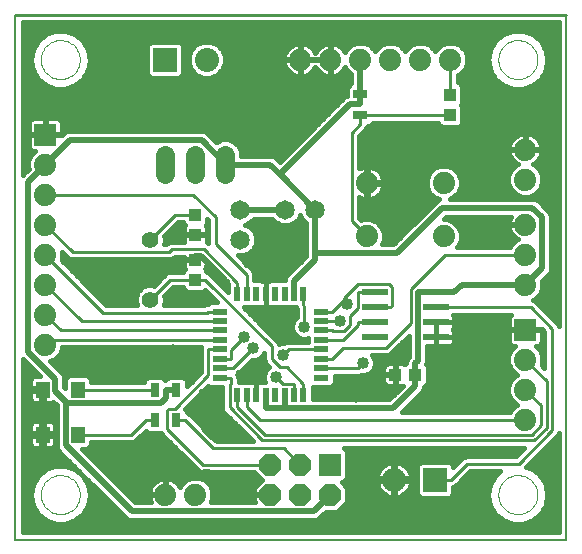
<source format=gtl>
G75*
G70*
%OFA0B0*%
%FSLAX24Y24*%
%IPPOS*%
%LPD*%
%AMOC8*
5,1,8,0,0,1.08239X$1,22.5*
%
%ADD10C,0.0080*%
%ADD11C,0.0100*%
%ADD12R,0.0866X0.0236*%
%ADD13R,0.0740X0.0740*%
%ADD14OC8,0.0740*%
%ADD15C,0.0740*%
%ADD16R,0.0220X0.0500*%
%ADD17R,0.0500X0.0220*%
%ADD18R,0.0472X0.0551*%
%ADD19R,0.0800X0.0800*%
%ADD20C,0.0800*%
%ADD21R,0.0472X0.0315*%
%ADD22R,0.0315X0.0472*%
%ADD23R,0.0394X0.0433*%
%ADD24C,0.0560*%
%ADD25R,0.0433X0.0394*%
%ADD26C,0.0650*%
%ADD27C,0.0000*%
%ADD28C,0.0640*%
%ADD29C,0.0160*%
%ADD30C,0.0200*%
%ADD31C,0.0400*%
D10*
X000561Y000182D02*
X000561Y017678D01*
X018929Y017678D02*
X018929Y000182D01*
X000561Y000182D01*
D11*
X002652Y003682D02*
X004419Y003682D01*
X004919Y004182D01*
X005207Y004182D01*
X005628Y004487D02*
X005628Y003864D01*
X006811Y002682D01*
X009061Y002682D01*
X009521Y003222D02*
X007162Y003222D01*
X006203Y004182D01*
X005915Y004182D01*
X005881Y004548D02*
X005689Y004548D01*
X005628Y004487D01*
X005881Y004548D02*
X006991Y005658D01*
X006991Y006524D01*
X007371Y006524D01*
X007371Y006209D02*
X007751Y006209D01*
X007751Y006515D01*
X008181Y006944D01*
X008490Y006564D02*
X007821Y005894D01*
X007371Y005894D01*
X007371Y005579D02*
X007751Y005579D01*
X007751Y005399D01*
X007704Y005352D01*
X007704Y004591D01*
X008798Y003497D01*
X017848Y003497D01*
X018267Y003916D01*
X018267Y005475D01*
X017561Y006182D01*
X017561Y005182D02*
X018082Y004661D01*
X018082Y003986D01*
X017773Y003677D01*
X008893Y003677D01*
X007959Y004612D01*
X007959Y004992D01*
X008274Y004992D02*
X008274Y004612D01*
X008704Y004182D01*
X017561Y004182D01*
X018449Y003823D02*
X018449Y007218D01*
X017735Y007932D01*
X014585Y007932D01*
X013742Y007397D02*
X013742Y008532D01*
X014891Y009682D01*
X017561Y009682D01*
X013742Y007397D02*
X012919Y006574D01*
X011496Y006574D01*
X011131Y006209D01*
X010751Y006209D01*
X010751Y005894D02*
X011975Y005894D01*
X012151Y006069D01*
X011476Y006839D02*
X011974Y007337D01*
X011974Y007432D01*
X012537Y007432D01*
X012537Y007932D02*
X013056Y007932D01*
X013101Y007977D01*
X013101Y008608D01*
X013018Y008690D01*
X011978Y008690D01*
X011511Y008223D01*
X011511Y008163D01*
X011131Y007784D01*
X010751Y007784D01*
X010751Y007469D02*
X011131Y007469D01*
X011140Y007460D01*
X011375Y007460D01*
X011705Y007323D02*
X011705Y007633D01*
X011974Y007902D01*
X011974Y008432D01*
X012537Y008432D01*
X011632Y008042D02*
X011511Y008163D01*
X011511Y008163D01*
X011705Y007323D02*
X011512Y007130D01*
X011156Y007130D01*
X011131Y007154D01*
X010751Y007154D01*
X010751Y006839D02*
X011131Y006839D01*
X011476Y006839D01*
X010751Y006524D02*
X009672Y006524D01*
X009472Y006325D01*
X009101Y006214D02*
X009101Y006634D01*
X006888Y008847D01*
X006561Y008847D01*
X005726Y008847D01*
X005061Y008182D01*
X003496Y007747D02*
X001561Y009682D01*
X002471Y009771D02*
X005677Y009771D01*
X005770Y009865D01*
X006845Y009865D01*
X007959Y008752D01*
X007959Y008372D01*
X008274Y008372D02*
X008274Y009016D01*
X007247Y010043D01*
X007247Y010930D01*
X006496Y011682D01*
X001561Y011682D01*
X001561Y010682D02*
X002471Y009771D01*
X001561Y008682D02*
X002774Y007469D01*
X007371Y007469D01*
X007371Y007154D02*
X002089Y007154D01*
X001561Y007682D01*
X001719Y006839D02*
X001561Y006682D01*
X001719Y006839D02*
X007371Y006839D01*
X007371Y007784D02*
X006991Y007784D01*
X006954Y007747D01*
X003496Y007747D01*
X005061Y010182D02*
X005896Y011016D01*
X006561Y011016D01*
X010163Y008372D02*
X010163Y007992D01*
X010198Y007957D01*
X010198Y007281D01*
X009101Y006214D02*
X009386Y005928D01*
X009607Y005928D01*
X010163Y005372D01*
X010163Y004992D01*
X009849Y004992D02*
X009849Y005372D01*
X009470Y005372D01*
X009243Y005598D01*
X009521Y003222D02*
X010061Y002682D01*
X014561Y002182D02*
X015091Y002182D01*
X015621Y002712D01*
X017337Y002712D01*
X018449Y003823D01*
X012281Y010292D02*
X011774Y010799D01*
X011774Y013752D01*
X012061Y014040D01*
X012061Y014327D01*
X014715Y014327D01*
X014734Y014347D01*
X015061Y014347D01*
X015061Y015016D02*
X015061Y016182D01*
X018929Y017678D02*
X000561Y017678D01*
X002652Y005182D02*
X005207Y005182D01*
D12*
X012537Y006932D03*
X012537Y007432D03*
X012537Y007932D03*
X012537Y008432D03*
X014585Y008432D03*
X014585Y007932D03*
X014585Y007432D03*
X014585Y006932D03*
D13*
X017561Y007182D03*
X011061Y002682D03*
X001561Y013682D03*
D14*
X009061Y002682D03*
X010061Y002682D03*
X010061Y001682D03*
X009061Y001682D03*
X011061Y001682D03*
D15*
X006561Y001682D03*
X005561Y001682D03*
X001561Y006682D03*
X001561Y007682D03*
X001561Y008682D03*
X001561Y009682D03*
X001561Y010682D03*
X001561Y011682D03*
X001561Y012682D03*
X010061Y016182D03*
X011061Y016182D03*
X012061Y016182D03*
X013061Y016182D03*
X014061Y016182D03*
X015061Y016182D03*
X017561Y013182D03*
X017561Y012182D03*
X017561Y010682D03*
X017561Y009682D03*
X017561Y008682D03*
X017561Y006182D03*
X017561Y005182D03*
X017561Y004182D03*
X014841Y010292D03*
X014841Y012072D03*
X012281Y012072D03*
X012281Y010292D03*
D16*
X010163Y008372D03*
X009849Y008372D03*
X009534Y008372D03*
X009219Y008372D03*
X008904Y008372D03*
X008589Y008372D03*
X008274Y008372D03*
X007959Y008372D03*
X007959Y004992D03*
X008274Y004992D03*
X008589Y004992D03*
X008904Y004992D03*
X009219Y004992D03*
X009534Y004992D03*
X009849Y004992D03*
X010163Y004992D03*
D17*
X010751Y005579D03*
X010751Y005894D03*
X010751Y006209D03*
X010751Y006524D03*
X010751Y006839D03*
X010751Y007154D03*
X010751Y007469D03*
X010751Y007784D03*
X007371Y007784D03*
X007371Y007469D03*
X007371Y007154D03*
X007371Y006839D03*
X007371Y006524D03*
X007371Y006209D03*
X007371Y005894D03*
X007371Y005579D03*
D18*
X002652Y005182D03*
X001471Y005182D03*
X001471Y003682D03*
X002652Y003682D03*
D19*
X014561Y002182D03*
X005561Y016182D03*
D20*
X006939Y016182D03*
X013183Y002182D03*
D21*
X012061Y014327D03*
X012061Y015036D03*
D22*
X005915Y005182D03*
X005207Y005182D03*
X005207Y004182D03*
X005915Y004182D03*
D23*
X006561Y008847D03*
X006561Y009516D03*
X006561Y010347D03*
X006561Y011016D03*
X015061Y014347D03*
X015061Y015016D03*
D24*
X005061Y010182D03*
X005061Y008182D03*
D25*
X013226Y005682D03*
X013896Y005682D03*
D26*
X010561Y011182D03*
X009561Y011182D03*
X008061Y011182D03*
X008061Y010182D03*
D27*
X001411Y016182D02*
X001413Y016232D01*
X001419Y016282D01*
X001429Y016332D01*
X001442Y016380D01*
X001459Y016428D01*
X001480Y016474D01*
X001504Y016518D01*
X001532Y016560D01*
X001563Y016600D01*
X001597Y016637D01*
X001634Y016672D01*
X001673Y016703D01*
X001714Y016732D01*
X001758Y016757D01*
X001804Y016779D01*
X001851Y016797D01*
X001899Y016811D01*
X001948Y016822D01*
X001998Y016829D01*
X002048Y016832D01*
X002099Y016831D01*
X002149Y016826D01*
X002199Y016817D01*
X002247Y016805D01*
X002295Y016788D01*
X002341Y016768D01*
X002386Y016745D01*
X002429Y016718D01*
X002469Y016688D01*
X002507Y016655D01*
X002542Y016619D01*
X002575Y016580D01*
X002604Y016539D01*
X002630Y016496D01*
X002653Y016451D01*
X002672Y016404D01*
X002687Y016356D01*
X002699Y016307D01*
X002707Y016257D01*
X002711Y016207D01*
X002711Y016157D01*
X002707Y016107D01*
X002699Y016057D01*
X002687Y016008D01*
X002672Y015960D01*
X002653Y015913D01*
X002630Y015868D01*
X002604Y015825D01*
X002575Y015784D01*
X002542Y015745D01*
X002507Y015709D01*
X002469Y015676D01*
X002429Y015646D01*
X002386Y015619D01*
X002341Y015596D01*
X002295Y015576D01*
X002247Y015559D01*
X002199Y015547D01*
X002149Y015538D01*
X002099Y015533D01*
X002048Y015532D01*
X001998Y015535D01*
X001948Y015542D01*
X001899Y015553D01*
X001851Y015567D01*
X001804Y015585D01*
X001758Y015607D01*
X001714Y015632D01*
X001673Y015661D01*
X001634Y015692D01*
X001597Y015727D01*
X001563Y015764D01*
X001532Y015804D01*
X001504Y015846D01*
X001480Y015890D01*
X001459Y015936D01*
X001442Y015984D01*
X001429Y016032D01*
X001419Y016082D01*
X001413Y016132D01*
X001411Y016182D01*
X001411Y001682D02*
X001413Y001732D01*
X001419Y001782D01*
X001429Y001832D01*
X001442Y001880D01*
X001459Y001928D01*
X001480Y001974D01*
X001504Y002018D01*
X001532Y002060D01*
X001563Y002100D01*
X001597Y002137D01*
X001634Y002172D01*
X001673Y002203D01*
X001714Y002232D01*
X001758Y002257D01*
X001804Y002279D01*
X001851Y002297D01*
X001899Y002311D01*
X001948Y002322D01*
X001998Y002329D01*
X002048Y002332D01*
X002099Y002331D01*
X002149Y002326D01*
X002199Y002317D01*
X002247Y002305D01*
X002295Y002288D01*
X002341Y002268D01*
X002386Y002245D01*
X002429Y002218D01*
X002469Y002188D01*
X002507Y002155D01*
X002542Y002119D01*
X002575Y002080D01*
X002604Y002039D01*
X002630Y001996D01*
X002653Y001951D01*
X002672Y001904D01*
X002687Y001856D01*
X002699Y001807D01*
X002707Y001757D01*
X002711Y001707D01*
X002711Y001657D01*
X002707Y001607D01*
X002699Y001557D01*
X002687Y001508D01*
X002672Y001460D01*
X002653Y001413D01*
X002630Y001368D01*
X002604Y001325D01*
X002575Y001284D01*
X002542Y001245D01*
X002507Y001209D01*
X002469Y001176D01*
X002429Y001146D01*
X002386Y001119D01*
X002341Y001096D01*
X002295Y001076D01*
X002247Y001059D01*
X002199Y001047D01*
X002149Y001038D01*
X002099Y001033D01*
X002048Y001032D01*
X001998Y001035D01*
X001948Y001042D01*
X001899Y001053D01*
X001851Y001067D01*
X001804Y001085D01*
X001758Y001107D01*
X001714Y001132D01*
X001673Y001161D01*
X001634Y001192D01*
X001597Y001227D01*
X001563Y001264D01*
X001532Y001304D01*
X001504Y001346D01*
X001480Y001390D01*
X001459Y001436D01*
X001442Y001484D01*
X001429Y001532D01*
X001419Y001582D01*
X001413Y001632D01*
X001411Y001682D01*
X016661Y001682D02*
X016663Y001732D01*
X016669Y001782D01*
X016679Y001832D01*
X016692Y001880D01*
X016709Y001928D01*
X016730Y001974D01*
X016754Y002018D01*
X016782Y002060D01*
X016813Y002100D01*
X016847Y002137D01*
X016884Y002172D01*
X016923Y002203D01*
X016964Y002232D01*
X017008Y002257D01*
X017054Y002279D01*
X017101Y002297D01*
X017149Y002311D01*
X017198Y002322D01*
X017248Y002329D01*
X017298Y002332D01*
X017349Y002331D01*
X017399Y002326D01*
X017449Y002317D01*
X017497Y002305D01*
X017545Y002288D01*
X017591Y002268D01*
X017636Y002245D01*
X017679Y002218D01*
X017719Y002188D01*
X017757Y002155D01*
X017792Y002119D01*
X017825Y002080D01*
X017854Y002039D01*
X017880Y001996D01*
X017903Y001951D01*
X017922Y001904D01*
X017937Y001856D01*
X017949Y001807D01*
X017957Y001757D01*
X017961Y001707D01*
X017961Y001657D01*
X017957Y001607D01*
X017949Y001557D01*
X017937Y001508D01*
X017922Y001460D01*
X017903Y001413D01*
X017880Y001368D01*
X017854Y001325D01*
X017825Y001284D01*
X017792Y001245D01*
X017757Y001209D01*
X017719Y001176D01*
X017679Y001146D01*
X017636Y001119D01*
X017591Y001096D01*
X017545Y001076D01*
X017497Y001059D01*
X017449Y001047D01*
X017399Y001038D01*
X017349Y001033D01*
X017298Y001032D01*
X017248Y001035D01*
X017198Y001042D01*
X017149Y001053D01*
X017101Y001067D01*
X017054Y001085D01*
X017008Y001107D01*
X016964Y001132D01*
X016923Y001161D01*
X016884Y001192D01*
X016847Y001227D01*
X016813Y001264D01*
X016782Y001304D01*
X016754Y001346D01*
X016730Y001390D01*
X016709Y001436D01*
X016692Y001484D01*
X016679Y001532D01*
X016669Y001582D01*
X016663Y001632D01*
X016661Y001682D01*
X016661Y016182D02*
X016663Y016232D01*
X016669Y016282D01*
X016679Y016332D01*
X016692Y016380D01*
X016709Y016428D01*
X016730Y016474D01*
X016754Y016518D01*
X016782Y016560D01*
X016813Y016600D01*
X016847Y016637D01*
X016884Y016672D01*
X016923Y016703D01*
X016964Y016732D01*
X017008Y016757D01*
X017054Y016779D01*
X017101Y016797D01*
X017149Y016811D01*
X017198Y016822D01*
X017248Y016829D01*
X017298Y016832D01*
X017349Y016831D01*
X017399Y016826D01*
X017449Y016817D01*
X017497Y016805D01*
X017545Y016788D01*
X017591Y016768D01*
X017636Y016745D01*
X017679Y016718D01*
X017719Y016688D01*
X017757Y016655D01*
X017792Y016619D01*
X017825Y016580D01*
X017854Y016539D01*
X017880Y016496D01*
X017903Y016451D01*
X017922Y016404D01*
X017937Y016356D01*
X017949Y016307D01*
X017957Y016257D01*
X017961Y016207D01*
X017961Y016157D01*
X017957Y016107D01*
X017949Y016057D01*
X017937Y016008D01*
X017922Y015960D01*
X017903Y015913D01*
X017880Y015868D01*
X017854Y015825D01*
X017825Y015784D01*
X017792Y015745D01*
X017757Y015709D01*
X017719Y015676D01*
X017679Y015646D01*
X017636Y015619D01*
X017591Y015596D01*
X017545Y015576D01*
X017497Y015559D01*
X017449Y015547D01*
X017399Y015538D01*
X017349Y015533D01*
X017298Y015532D01*
X017248Y015535D01*
X017198Y015542D01*
X017149Y015553D01*
X017101Y015567D01*
X017054Y015585D01*
X017008Y015607D01*
X016964Y015632D01*
X016923Y015661D01*
X016884Y015692D01*
X016847Y015727D01*
X016813Y015764D01*
X016782Y015804D01*
X016754Y015846D01*
X016730Y015890D01*
X016709Y015936D01*
X016692Y015984D01*
X016679Y016032D01*
X016669Y016082D01*
X016663Y016132D01*
X016661Y016182D01*
D28*
X007561Y013002D02*
X007561Y012362D01*
X006561Y012362D02*
X006561Y013002D01*
X005561Y013002D02*
X005561Y012362D01*
D29*
X006828Y013803D02*
X002442Y013803D01*
X002323Y013803D01*
X002213Y013757D01*
X002111Y013656D01*
X002111Y013661D01*
X001581Y013661D01*
X001581Y013702D01*
X001541Y013702D01*
X001541Y014232D01*
X001167Y014232D01*
X001122Y014219D01*
X001081Y014196D01*
X001047Y014162D01*
X001023Y014121D01*
X001011Y014075D01*
X001011Y013702D01*
X001541Y013702D01*
X001541Y013661D01*
X001011Y013661D01*
X001011Y013288D01*
X001023Y013242D01*
X001047Y013201D01*
X001081Y013168D01*
X001122Y013144D01*
X001167Y013132D01*
X001205Y013132D01*
X001078Y013004D01*
X000991Y012795D01*
X000991Y012568D01*
X001001Y012545D01*
X000817Y012361D01*
X000801Y012346D01*
X000801Y017428D01*
X018689Y017428D01*
X018689Y007291D01*
X018660Y007360D01*
X017947Y008073D01*
X017877Y008143D01*
X017814Y008169D01*
X017884Y008198D01*
X018044Y008359D01*
X018131Y008568D01*
X018131Y008795D01*
X018122Y008818D01*
X018373Y009069D01*
X018419Y009179D01*
X018419Y009299D01*
X018419Y010982D01*
X018373Y011093D01*
X018289Y011177D01*
X017968Y011498D01*
X017857Y011543D01*
X017738Y011543D01*
X015056Y011543D01*
X015164Y011588D01*
X015324Y011749D01*
X015411Y011958D01*
X015411Y012185D01*
X015324Y012394D01*
X015164Y012555D01*
X014954Y012642D01*
X014728Y012642D01*
X014518Y012555D01*
X014358Y012394D01*
X014271Y012185D01*
X014271Y011958D01*
X014358Y011749D01*
X014518Y011588D01*
X014679Y011522D01*
X014621Y011498D01*
X014537Y011413D01*
X013154Y010031D01*
X012790Y010031D01*
X012851Y010178D01*
X012851Y010405D01*
X012764Y010614D01*
X012604Y010775D01*
X012394Y010862D01*
X012168Y010862D01*
X012095Y010831D01*
X012024Y010903D01*
X012024Y011586D01*
X012070Y011562D01*
X012152Y011535D01*
X012238Y011522D01*
X012261Y011522D01*
X012261Y012051D01*
X012301Y012051D01*
X012301Y011522D01*
X012324Y011522D01*
X012410Y011535D01*
X012492Y011562D01*
X012569Y011601D01*
X012639Y011652D01*
X012701Y011713D01*
X012751Y011783D01*
X012791Y011860D01*
X012818Y011943D01*
X012831Y012028D01*
X012831Y012051D01*
X012301Y012051D01*
X012301Y012092D01*
X012261Y012092D01*
X012261Y012622D01*
X012238Y012622D01*
X012152Y012608D01*
X012070Y012581D01*
X012024Y012558D01*
X012024Y013649D01*
X012273Y013898D01*
X012303Y013970D01*
X012380Y013970D01*
X012488Y014077D01*
X014664Y014077D01*
X014664Y014048D01*
X014781Y013930D01*
X015341Y013930D01*
X015458Y014048D01*
X015458Y014646D01*
X015423Y014682D01*
X015458Y014717D01*
X015458Y015316D01*
X015341Y015433D01*
X015311Y015433D01*
X015311Y015668D01*
X015384Y015698D01*
X015544Y015859D01*
X015631Y016068D01*
X015631Y016295D01*
X015544Y016504D01*
X015384Y016665D01*
X015174Y016752D01*
X014948Y016752D01*
X014738Y016665D01*
X014578Y016504D01*
X014561Y016464D01*
X014544Y016504D01*
X014384Y016665D01*
X014174Y016752D01*
X013948Y016752D01*
X013738Y016665D01*
X013578Y016504D01*
X013561Y016464D01*
X013544Y016504D01*
X013384Y016665D01*
X013174Y016752D01*
X012948Y016752D01*
X012738Y016665D01*
X012578Y016504D01*
X012561Y016464D01*
X012544Y016504D01*
X012384Y016665D01*
X012174Y016752D01*
X011948Y016752D01*
X011738Y016665D01*
X011578Y016504D01*
X011549Y016435D01*
X011531Y016470D01*
X011481Y016540D01*
X011419Y016601D01*
X011349Y016652D01*
X011272Y016691D01*
X011190Y016718D01*
X011104Y016732D01*
X011081Y016732D01*
X011081Y016202D01*
X011041Y016202D01*
X011041Y016732D01*
X011018Y016732D01*
X010932Y016718D01*
X010850Y016691D01*
X010773Y016652D01*
X010703Y016601D01*
X010642Y016540D01*
X010591Y016470D01*
X010561Y016412D01*
X010531Y016470D01*
X010481Y016540D01*
X010419Y016601D01*
X010349Y016652D01*
X010272Y016691D01*
X010190Y016718D01*
X010104Y016732D01*
X010081Y016732D01*
X010081Y016202D01*
X010041Y016202D01*
X010041Y016732D01*
X010018Y016732D01*
X009932Y016718D01*
X009850Y016691D01*
X009773Y016652D01*
X009703Y016601D01*
X009642Y016540D01*
X009591Y016470D01*
X009551Y016393D01*
X009525Y016310D01*
X009511Y016225D01*
X009511Y016202D01*
X010041Y016202D01*
X010041Y016161D01*
X010081Y016161D01*
X010081Y015632D01*
X010104Y015632D01*
X010190Y015645D01*
X010272Y015672D01*
X010349Y015711D01*
X010419Y015762D01*
X010481Y015823D01*
X010531Y015893D01*
X010561Y015951D01*
X010561Y015951D01*
X010591Y015893D01*
X010642Y015823D01*
X010703Y015762D01*
X010773Y015711D01*
X010850Y015672D01*
X010932Y015645D01*
X011018Y015632D01*
X011041Y015632D01*
X011041Y016161D01*
X011081Y016161D01*
X011081Y015632D01*
X011104Y015632D01*
X011190Y015645D01*
X011272Y015672D01*
X011349Y015711D01*
X011419Y015762D01*
X011481Y015823D01*
X011531Y015893D01*
X011549Y015928D01*
X011578Y015859D01*
X011738Y015698D01*
X011761Y015689D01*
X011761Y015393D01*
X011742Y015393D01*
X011625Y015276D01*
X011625Y014982D01*
X011554Y014953D01*
X009384Y012783D01*
X009315Y012851D01*
X009231Y012936D01*
X009121Y012982D01*
X008081Y012982D01*
X008081Y013105D01*
X008002Y013296D01*
X007856Y013442D01*
X007665Y013522D01*
X007458Y013522D01*
X007267Y013442D01*
X007260Y013436D01*
X007022Y013673D01*
X006938Y013757D01*
X006828Y013803D01*
X006964Y013731D02*
X010332Y013731D01*
X010174Y013573D02*
X007123Y013573D01*
X007884Y013414D02*
X010015Y013414D01*
X009857Y013256D02*
X008019Y013256D01*
X008081Y013097D02*
X009698Y013097D01*
X009540Y012939D02*
X009224Y012939D01*
X010491Y013890D02*
X002111Y013890D01*
X002111Y014049D02*
X010649Y014049D01*
X010808Y014207D02*
X002022Y014207D01*
X002042Y014196D02*
X002001Y014219D01*
X001955Y014232D01*
X001581Y014232D01*
X001581Y013702D01*
X002111Y013702D01*
X002111Y014075D01*
X002099Y014121D01*
X002075Y014162D01*
X002042Y014196D01*
X001581Y014207D02*
X001541Y014207D01*
X001541Y014049D02*
X001581Y014049D01*
X001581Y013890D02*
X001541Y013890D01*
X001541Y013731D02*
X001581Y013731D01*
X002111Y013731D02*
X002187Y013731D01*
X001171Y013097D02*
X000801Y013097D01*
X000801Y012939D02*
X001051Y012939D01*
X000991Y012780D02*
X000801Y012780D01*
X000801Y012622D02*
X000991Y012622D01*
X000918Y012463D02*
X000801Y012463D01*
X000801Y013256D02*
X001020Y013256D01*
X001011Y013414D02*
X000801Y013414D01*
X000801Y013573D02*
X001011Y013573D01*
X001011Y013731D02*
X000801Y013731D01*
X000801Y013890D02*
X001011Y013890D01*
X001011Y014049D02*
X000801Y014049D01*
X000801Y014207D02*
X001100Y014207D01*
X000801Y014366D02*
X010967Y014366D01*
X011125Y014524D02*
X000801Y014524D01*
X000801Y014683D02*
X011284Y014683D01*
X011442Y014841D02*
X000801Y014841D01*
X000801Y015000D02*
X011625Y015000D01*
X011625Y015158D02*
X000801Y015158D01*
X000801Y015317D02*
X001601Y015317D01*
X001569Y015329D02*
X001890Y015212D01*
X002061Y015212D01*
X002109Y015212D01*
X002232Y015212D01*
X002554Y015329D01*
X002816Y015548D01*
X002816Y015548D01*
X002816Y015548D01*
X002987Y015845D01*
X003046Y016182D01*
X002987Y016518D01*
X002816Y016815D01*
X002554Y017035D01*
X002554Y017035D01*
X002232Y017152D01*
X002109Y017152D01*
X002061Y017152D01*
X002057Y017152D01*
X002013Y017152D01*
X001890Y017152D01*
X001569Y017035D01*
X001569Y017035D01*
X001307Y016815D01*
X001307Y016815D01*
X001307Y016815D01*
X001136Y016518D01*
X001076Y016182D01*
X001076Y016182D01*
X001136Y015845D01*
X001307Y015548D01*
X001569Y015329D01*
X001569Y015329D01*
X001394Y015475D02*
X000801Y015475D01*
X000801Y015634D02*
X001257Y015634D01*
X001307Y015548D02*
X001307Y015548D01*
X001166Y015792D02*
X000801Y015792D01*
X000801Y015951D02*
X001117Y015951D01*
X001136Y015845D02*
X001136Y015845D01*
X001089Y016110D02*
X000801Y016110D01*
X000801Y016268D02*
X001091Y016268D01*
X001119Y016427D02*
X000801Y016427D01*
X000801Y016585D02*
X001174Y016585D01*
X001136Y016518D02*
X001136Y016518D01*
X001266Y016744D02*
X000801Y016744D01*
X000801Y016902D02*
X001411Y016902D01*
X001641Y017061D02*
X000801Y017061D01*
X000801Y017219D02*
X018689Y017219D01*
X018689Y017061D02*
X017731Y017061D01*
X017804Y017035D02*
X017482Y017152D01*
X017359Y017152D01*
X017311Y017152D01*
X017263Y017152D01*
X017140Y017152D01*
X016819Y017035D01*
X016819Y017034D01*
X016557Y016815D01*
X016557Y016815D01*
X016386Y016518D01*
X016326Y016182D01*
X016326Y016182D01*
X016386Y015845D01*
X016557Y015548D01*
X016819Y015329D01*
X017140Y015212D01*
X017263Y015212D01*
X017311Y015212D01*
X017482Y015212D01*
X017804Y015329D01*
X018066Y015548D01*
X018066Y015548D01*
X018066Y015548D01*
X018237Y015845D01*
X018296Y016182D01*
X018237Y016518D01*
X018066Y016815D01*
X017804Y017035D01*
X017804Y017035D01*
X017961Y016902D02*
X018689Y016902D01*
X018689Y016744D02*
X018107Y016744D01*
X018066Y016815D02*
X018066Y016815D01*
X018198Y016585D02*
X018689Y016585D01*
X018689Y016427D02*
X018253Y016427D01*
X018237Y016518D02*
X018237Y016518D01*
X018281Y016268D02*
X018689Y016268D01*
X018689Y016110D02*
X018283Y016110D01*
X018296Y016182D02*
X018296Y016182D01*
X018255Y015951D02*
X018689Y015951D01*
X018689Y015792D02*
X018206Y015792D01*
X018237Y015845D02*
X018237Y015845D01*
X018115Y015634D02*
X018689Y015634D01*
X018689Y015475D02*
X017979Y015475D01*
X017804Y015329D02*
X017804Y015329D01*
X017771Y015317D02*
X018689Y015317D01*
X018689Y015158D02*
X015458Y015158D01*
X015458Y015000D02*
X018689Y015000D01*
X018689Y014841D02*
X015458Y014841D01*
X015424Y014683D02*
X018689Y014683D01*
X018689Y014524D02*
X015458Y014524D01*
X015458Y014366D02*
X018689Y014366D01*
X018689Y014207D02*
X015458Y014207D01*
X015458Y014049D02*
X018689Y014049D01*
X018689Y013890D02*
X012265Y013890D01*
X012106Y013731D02*
X017517Y013731D01*
X017518Y013732D02*
X017432Y013718D01*
X017350Y013691D01*
X017273Y013652D01*
X017203Y013601D01*
X017142Y013540D01*
X017091Y013470D01*
X017051Y013393D01*
X017025Y013310D01*
X017011Y013225D01*
X017011Y013202D01*
X017541Y013202D01*
X017541Y013732D01*
X017518Y013732D01*
X017541Y013731D02*
X017581Y013731D01*
X017581Y013732D02*
X017604Y013732D01*
X017690Y013718D01*
X017772Y013691D01*
X017849Y013652D01*
X017919Y013601D01*
X017981Y013540D01*
X018031Y013470D01*
X018071Y013393D01*
X018098Y013310D01*
X018111Y013225D01*
X018111Y013202D01*
X017581Y013202D01*
X017541Y013202D01*
X017541Y013161D01*
X017011Y013161D01*
X017011Y013138D01*
X017025Y013053D01*
X017051Y012970D01*
X017091Y012893D01*
X017142Y012823D01*
X017203Y012762D01*
X017273Y012711D01*
X017308Y012694D01*
X017238Y012665D01*
X017078Y012504D01*
X016991Y012295D01*
X016991Y012068D01*
X017078Y011859D01*
X017238Y011698D01*
X017448Y011612D01*
X017674Y011612D01*
X017884Y011698D01*
X018044Y011859D01*
X018131Y012068D01*
X018131Y012295D01*
X018044Y012504D01*
X017884Y012665D01*
X017815Y012694D01*
X017849Y012711D01*
X017919Y012762D01*
X017981Y012823D01*
X018031Y012893D01*
X018071Y012970D01*
X018098Y013053D01*
X018111Y013138D01*
X018111Y013161D01*
X017581Y013161D01*
X017581Y013202D01*
X017581Y013732D01*
X017605Y013731D02*
X018689Y013731D01*
X018689Y013573D02*
X017948Y013573D01*
X018060Y013414D02*
X018689Y013414D01*
X018689Y013256D02*
X018106Y013256D01*
X018105Y013097D02*
X018689Y013097D01*
X018689Y012939D02*
X018055Y012939D01*
X017937Y012780D02*
X018689Y012780D01*
X018689Y012622D02*
X017927Y012622D01*
X018061Y012463D02*
X018689Y012463D01*
X018689Y012305D02*
X018127Y012305D01*
X018131Y012146D02*
X018689Y012146D01*
X018689Y011987D02*
X018098Y011987D01*
X018015Y011829D02*
X018689Y011829D01*
X018689Y011670D02*
X017816Y011670D01*
X017934Y011512D02*
X018689Y011512D01*
X018689Y011353D02*
X018112Y011353D01*
X018271Y011195D02*
X018689Y011195D01*
X018689Y011036D02*
X018396Y011036D01*
X018419Y010878D02*
X018689Y010878D01*
X018689Y010719D02*
X018419Y010719D01*
X018419Y010561D02*
X018689Y010561D01*
X018689Y010402D02*
X018419Y010402D01*
X018419Y010243D02*
X018689Y010243D01*
X018689Y010085D02*
X018419Y010085D01*
X018419Y009926D02*
X018689Y009926D01*
X018689Y009768D02*
X018419Y009768D01*
X018419Y009609D02*
X018689Y009609D01*
X018689Y009451D02*
X018419Y009451D01*
X018419Y009292D02*
X018689Y009292D01*
X018689Y009134D02*
X018400Y009134D01*
X018279Y008975D02*
X018689Y008975D01*
X018689Y008817D02*
X018122Y008817D01*
X018131Y008658D02*
X018689Y008658D01*
X018689Y008499D02*
X018103Y008499D01*
X018027Y008341D02*
X018689Y008341D01*
X018689Y008182D02*
X017845Y008182D01*
X017996Y008024D02*
X018689Y008024D01*
X018689Y007865D02*
X018155Y007865D01*
X018313Y007707D02*
X018689Y007707D01*
X018689Y007548D02*
X018472Y007548D01*
X018630Y007390D02*
X018689Y007390D01*
X018199Y007114D02*
X018199Y005898D01*
X018101Y005995D01*
X018131Y006068D01*
X018131Y006295D01*
X018044Y006504D01*
X017917Y006632D01*
X017955Y006632D01*
X018001Y006644D01*
X018042Y006668D01*
X018075Y006701D01*
X018099Y006742D01*
X018111Y006788D01*
X018111Y007161D01*
X017581Y007161D01*
X017581Y007202D01*
X018111Y007202D01*
X018199Y007114D01*
X018199Y007073D02*
X018111Y007073D01*
X018111Y007202D02*
X018111Y007202D01*
X018111Y006914D02*
X018199Y006914D01*
X018199Y006756D02*
X018102Y006756D01*
X018199Y006597D02*
X017952Y006597D01*
X018072Y006438D02*
X018199Y006438D01*
X018199Y006280D02*
X018131Y006280D01*
X018131Y006121D02*
X018199Y006121D01*
X018199Y005963D02*
X018133Y005963D01*
X017279Y005682D02*
X017238Y005665D01*
X017078Y005504D01*
X016991Y005295D01*
X016991Y005068D01*
X017078Y004859D01*
X017238Y004698D01*
X017279Y004682D01*
X017238Y004665D01*
X017078Y004504D01*
X017048Y004432D01*
X013447Y004432D01*
X014150Y005135D01*
X014196Y005245D01*
X014196Y005285D01*
X014312Y005402D01*
X014312Y005961D01*
X014250Y006023D01*
X014272Y006075D01*
X014272Y006633D01*
X014584Y006633D01*
X014584Y006931D01*
X014585Y006931D01*
X014585Y006633D01*
X015041Y006633D01*
X015087Y006646D01*
X015128Y006669D01*
X015162Y006703D01*
X015185Y006744D01*
X015198Y006790D01*
X015198Y006931D01*
X014585Y006931D01*
X014585Y006932D01*
X014584Y006932D01*
X014584Y007230D01*
X014584Y007431D01*
X014585Y007431D01*
X014585Y007230D01*
X014585Y006932D01*
X015198Y006932D01*
X015198Y007073D01*
X017011Y007073D01*
X017011Y007161D02*
X017011Y006788D01*
X017023Y006742D01*
X017047Y006701D01*
X017081Y006668D01*
X017122Y006644D01*
X017167Y006632D01*
X017205Y006632D01*
X017078Y006504D01*
X016991Y006295D01*
X016991Y006068D01*
X017078Y005859D01*
X017238Y005698D01*
X017279Y005682D01*
X017219Y005646D02*
X014312Y005646D01*
X014312Y005804D02*
X017132Y005804D01*
X017035Y005963D02*
X014311Y005963D01*
X014272Y006121D02*
X016991Y006121D01*
X016991Y006280D02*
X014272Y006280D01*
X014272Y006438D02*
X017051Y006438D01*
X017170Y006597D02*
X014272Y006597D01*
X014584Y006756D02*
X014585Y006756D01*
X014584Y006914D02*
X014585Y006914D01*
X014584Y007073D02*
X014585Y007073D01*
X014584Y007231D02*
X014585Y007231D01*
X014584Y007390D02*
X014585Y007390D01*
X014585Y007431D02*
X014585Y007432D01*
X015198Y007432D01*
X015198Y007573D01*
X015185Y007619D01*
X015162Y007660D01*
X015155Y007667D01*
X015169Y007682D01*
X017067Y007682D01*
X017047Y007662D01*
X017023Y007621D01*
X017011Y007575D01*
X017011Y007202D01*
X017541Y007202D01*
X017541Y007161D01*
X017011Y007161D01*
X017011Y007231D02*
X015178Y007231D01*
X015185Y007244D02*
X015198Y007290D01*
X015198Y007431D01*
X014585Y007431D01*
X015140Y007182D02*
X015162Y007203D01*
X015185Y007244D01*
X015140Y007182D02*
X015162Y007160D01*
X015185Y007119D01*
X015198Y007073D01*
X015198Y006914D02*
X017011Y006914D01*
X017020Y006756D02*
X015189Y006756D01*
X015198Y007390D02*
X017011Y007390D01*
X017011Y007548D02*
X015198Y007548D01*
X013672Y006973D02*
X013672Y006259D01*
X013641Y006228D01*
X013596Y006118D01*
X013596Y006078D01*
X013545Y006027D01*
X013512Y006046D01*
X013467Y006058D01*
X013245Y006058D01*
X013245Y005700D01*
X013208Y005700D01*
X013208Y005663D01*
X013245Y005663D01*
X013245Y005305D01*
X013467Y005305D01*
X013473Y005307D01*
X013028Y004861D01*
X010473Y004861D01*
X010473Y005269D01*
X011084Y005269D01*
X011201Y005386D01*
X011201Y005644D01*
X011926Y005644D01*
X012025Y005644D01*
X012086Y005669D01*
X012230Y005669D01*
X012377Y005730D01*
X012490Y005843D01*
X012551Y005990D01*
X012551Y006149D01*
X012490Y006296D01*
X012462Y006324D01*
X012869Y006324D01*
X012968Y006324D01*
X013060Y006362D01*
X013672Y006973D01*
X013672Y006914D02*
X013612Y006914D01*
X013672Y006756D02*
X013454Y006756D01*
X013295Y006597D02*
X013672Y006597D01*
X013672Y006438D02*
X013137Y006438D01*
X013597Y006121D02*
X012551Y006121D01*
X012539Y005963D02*
X012851Y005963D01*
X012842Y005948D02*
X012830Y005902D01*
X012830Y005700D01*
X013208Y005700D01*
X013208Y006058D01*
X012986Y006058D01*
X012940Y006046D01*
X012899Y006022D01*
X012866Y005989D01*
X012842Y005948D01*
X012830Y005804D02*
X012451Y005804D01*
X012830Y005663D02*
X012830Y005461D01*
X012842Y005415D01*
X012866Y005374D01*
X012899Y005341D01*
X012940Y005317D01*
X012986Y005305D01*
X013208Y005305D01*
X013208Y005663D01*
X012830Y005663D01*
X012830Y005646D02*
X012029Y005646D01*
X012496Y006280D02*
X013672Y006280D01*
X013245Y005963D02*
X013208Y005963D01*
X013208Y005804D02*
X013245Y005804D01*
X013245Y005646D02*
X013208Y005646D01*
X013208Y005487D02*
X013245Y005487D01*
X013245Y005329D02*
X013208Y005329D01*
X013337Y005170D02*
X010473Y005170D01*
X010473Y005012D02*
X013178Y005012D01*
X012920Y005329D02*
X011143Y005329D01*
X011201Y005487D02*
X012830Y005487D01*
X013710Y004694D02*
X017248Y004694D01*
X017109Y004536D02*
X013551Y004536D01*
X013868Y004853D02*
X017084Y004853D01*
X017015Y005012D02*
X014027Y005012D01*
X014165Y005170D02*
X016991Y005170D01*
X017005Y005329D02*
X014239Y005329D01*
X014312Y005487D02*
X017071Y005487D01*
X018689Y003749D02*
X018660Y003681D01*
X018590Y003611D01*
X017591Y002612D01*
X017804Y002535D01*
X017804Y002535D01*
X018066Y002315D01*
X018066Y002315D01*
X018237Y002018D01*
X018237Y002018D01*
X018296Y001682D01*
X018689Y001682D01*
X018689Y001524D02*
X018268Y001524D01*
X018296Y001682D02*
X018237Y001345D01*
X018237Y001345D01*
X018066Y001048D01*
X018066Y001048D01*
X018066Y001048D01*
X017804Y000829D01*
X017804Y000829D01*
X017482Y000712D01*
X017482Y000712D01*
X017359Y000712D01*
X017311Y000712D01*
X017140Y000712D01*
X017140Y000712D01*
X016819Y000829D01*
X016819Y000829D01*
X016557Y001048D01*
X010852Y001048D01*
X010915Y001112D02*
X011297Y001112D01*
X011631Y001445D01*
X011631Y001918D01*
X011437Y002112D01*
X011514Y002112D01*
X011631Y002229D01*
X011631Y003134D01*
X011519Y003247D01*
X017519Y003247D01*
X017234Y002962D01*
X015571Y002962D01*
X015480Y002924D01*
X015409Y002853D01*
X015161Y002605D01*
X015161Y002664D01*
X015044Y002782D01*
X014078Y002782D01*
X013961Y002664D01*
X013961Y001699D01*
X014078Y001582D01*
X015044Y001582D01*
X015161Y001699D01*
X015161Y001940D01*
X015233Y001970D01*
X015725Y002462D01*
X016732Y002462D01*
X016557Y002315D01*
X016557Y002315D01*
X016557Y002315D01*
X016386Y002018D01*
X016326Y001682D01*
X015144Y001682D01*
X015161Y001841D02*
X016354Y001841D01*
X016382Y001999D02*
X015262Y001999D01*
X015421Y002158D02*
X016466Y002158D01*
X016386Y002018D02*
X016386Y002018D01*
X016559Y002316D02*
X015579Y002316D01*
X015189Y002633D02*
X015161Y002633D01*
X015348Y002792D02*
X011631Y002792D01*
X011631Y002950D02*
X015545Y002950D01*
X015409Y002853D02*
X015409Y002853D01*
X016326Y001682D02*
X016326Y001682D01*
X016386Y001345D01*
X016557Y001048D01*
X016557Y001048D01*
X016465Y001206D02*
X011392Y001206D01*
X011551Y001365D02*
X016382Y001365D01*
X016386Y001345D02*
X016386Y001345D01*
X016354Y001524D02*
X011631Y001524D01*
X011631Y001682D02*
X012886Y001682D01*
X012879Y001686D02*
X012960Y001644D01*
X013047Y001616D01*
X013137Y001602D01*
X013145Y001602D01*
X013145Y002143D01*
X013221Y002143D01*
X013221Y001602D01*
X013229Y001602D01*
X013319Y001616D01*
X013406Y001644D01*
X013487Y001686D01*
X013561Y001739D01*
X013626Y001804D01*
X013679Y001878D01*
X013721Y001959D01*
X013749Y002046D01*
X013763Y002136D01*
X013763Y002143D01*
X013221Y002143D01*
X013221Y002220D01*
X013145Y002220D01*
X013145Y002762D01*
X013137Y002762D01*
X013047Y002747D01*
X012960Y002719D01*
X012879Y002678D01*
X012805Y002624D01*
X012741Y002559D01*
X012687Y002486D01*
X012646Y002404D01*
X012617Y002317D01*
X012603Y002227D01*
X012603Y002220D01*
X013145Y002220D01*
X013145Y002143D01*
X012603Y002143D01*
X012603Y002136D01*
X012617Y002046D01*
X012646Y001959D01*
X012687Y001878D01*
X012741Y001804D01*
X012805Y001739D01*
X012879Y001686D01*
X012714Y001841D02*
X011631Y001841D01*
X011549Y001999D02*
X012633Y001999D01*
X012617Y002316D02*
X011631Y002316D01*
X011631Y002475D02*
X012682Y002475D01*
X012818Y002633D02*
X011631Y002633D01*
X011560Y002158D02*
X013145Y002158D01*
X013221Y002158D02*
X013961Y002158D01*
X013961Y002316D02*
X013749Y002316D01*
X013749Y002317D02*
X013721Y002404D01*
X013679Y002486D01*
X013626Y002559D01*
X013561Y002624D01*
X013487Y002678D01*
X013406Y002719D01*
X013319Y002747D01*
X013229Y002762D01*
X013221Y002762D01*
X013221Y002220D01*
X013763Y002220D01*
X013763Y002227D01*
X013749Y002317D01*
X013685Y002475D02*
X013961Y002475D01*
X013961Y002633D02*
X013548Y002633D01*
X013221Y002633D02*
X013145Y002633D01*
X013145Y002475D02*
X013221Y002475D01*
X013221Y002316D02*
X013145Y002316D01*
X013145Y001999D02*
X013221Y001999D01*
X013221Y001841D02*
X013145Y001841D01*
X013145Y001682D02*
X013221Y001682D01*
X013480Y001682D02*
X013978Y001682D01*
X013961Y001841D02*
X013652Y001841D01*
X013734Y001999D02*
X013961Y001999D01*
X011631Y003109D02*
X017381Y003109D01*
X017771Y002792D02*
X018689Y002792D01*
X018689Y002950D02*
X017930Y002950D01*
X018088Y003109D02*
X018689Y003109D01*
X018689Y003268D02*
X018247Y003268D01*
X018405Y003426D02*
X018689Y003426D01*
X018689Y003585D02*
X018564Y003585D01*
X018686Y003743D02*
X018689Y003743D01*
X018689Y003749D02*
X018689Y000422D01*
X000801Y000422D01*
X000801Y006206D01*
X001370Y005637D01*
X001211Y005637D01*
X001165Y005625D01*
X001124Y005601D01*
X001090Y005568D01*
X001067Y005527D01*
X001054Y005481D01*
X001054Y005220D01*
X001432Y005220D01*
X001432Y005143D01*
X001509Y005143D01*
X001509Y004726D01*
X001730Y004726D01*
X001776Y004738D01*
X001817Y004762D01*
X001826Y004771D01*
X001935Y004662D01*
X001935Y004606D01*
X001935Y003270D01*
X001981Y003160D01*
X002065Y003075D01*
X004271Y000870D01*
X004381Y000824D01*
X004501Y000824D01*
X010563Y000824D01*
X010673Y000870D01*
X010758Y000954D01*
X010915Y001112D01*
X010693Y000889D02*
X016746Y000889D01*
X017087Y000731D02*
X002285Y000731D01*
X002232Y000712D02*
X002554Y000829D01*
X002816Y001048D01*
X002816Y001048D01*
X002987Y001345D01*
X003046Y001682D01*
X003459Y001682D01*
X003617Y001524D02*
X003018Y001524D01*
X003046Y001682D02*
X002987Y002018D01*
X002816Y002315D01*
X002554Y002535D01*
X002554Y002535D01*
X002232Y002652D01*
X002109Y002652D01*
X002061Y002652D01*
X002036Y002652D01*
X002013Y002652D01*
X001890Y002652D01*
X001569Y002535D01*
X001569Y002535D01*
X001307Y002315D01*
X001307Y002315D01*
X001307Y002315D01*
X001136Y002018D01*
X001076Y001682D01*
X000801Y001682D01*
X000801Y001524D02*
X001104Y001524D01*
X001076Y001682D02*
X001136Y001345D01*
X001307Y001048D01*
X000801Y001048D01*
X000801Y001206D02*
X001215Y001206D01*
X001136Y001345D02*
X001136Y001345D01*
X001132Y001365D02*
X000801Y001365D01*
X001076Y001682D02*
X001076Y001682D01*
X001104Y001841D02*
X000801Y001841D01*
X000801Y001999D02*
X001132Y001999D01*
X001136Y002018D02*
X001136Y002018D01*
X001216Y002158D02*
X000801Y002158D01*
X000801Y002316D02*
X001309Y002316D01*
X001497Y002475D02*
X000801Y002475D01*
X000801Y002633D02*
X001840Y002633D01*
X001890Y002652D02*
X001890Y002652D01*
X002232Y002652D02*
X002232Y002652D01*
X002282Y002633D02*
X002507Y002633D01*
X002625Y002475D02*
X002666Y002475D01*
X002814Y002316D02*
X002825Y002316D01*
X002816Y002315D02*
X002816Y002315D01*
X002906Y002158D02*
X002983Y002158D01*
X002987Y002018D02*
X002987Y002018D01*
X002990Y001999D02*
X003142Y001999D01*
X003018Y001841D02*
X003300Y001841D01*
X003673Y002316D02*
X008620Y002316D01*
X008505Y002432D02*
X006860Y002432D01*
X006761Y002432D01*
X006669Y002470D01*
X005486Y003652D01*
X005416Y003723D01*
X005407Y003745D01*
X004966Y003745D01*
X004901Y003810D01*
X004561Y003470D01*
X004469Y003432D01*
X004369Y003432D01*
X003088Y003432D01*
X003088Y003323D01*
X002971Y003206D01*
X002783Y003206D01*
X004565Y001424D01*
X005075Y001424D01*
X005051Y001470D01*
X005025Y001553D01*
X005011Y001638D01*
X005011Y001661D01*
X005541Y001661D01*
X005541Y001702D01*
X005541Y002232D01*
X005518Y002232D01*
X005432Y002218D01*
X005350Y002191D01*
X005273Y002152D01*
X005203Y002101D01*
X005142Y002040D01*
X005091Y001970D01*
X005051Y001893D01*
X005025Y001810D01*
X005011Y001725D01*
X005011Y001702D01*
X005541Y001702D01*
X005581Y001702D01*
X005581Y002232D01*
X005604Y002232D01*
X005690Y002218D01*
X005772Y002191D01*
X005849Y002152D01*
X005919Y002101D01*
X005981Y002040D01*
X006031Y001970D01*
X006049Y001935D01*
X006078Y002004D01*
X006238Y002165D01*
X006448Y002252D01*
X006674Y002252D01*
X006884Y002165D01*
X007044Y002004D01*
X007131Y001795D01*
X007131Y001568D01*
X007071Y001424D01*
X008541Y001424D01*
X008511Y001454D01*
X008511Y001661D01*
X009041Y001661D01*
X009041Y001702D01*
X008511Y001702D01*
X008511Y001909D01*
X008769Y002167D01*
X008505Y002432D01*
X008759Y002158D02*
X006891Y002158D01*
X007046Y001999D02*
X008601Y001999D01*
X008511Y001841D02*
X007112Y001841D01*
X007131Y001682D02*
X009041Y001682D01*
X008511Y001524D02*
X007113Y001524D01*
X006231Y002158D02*
X005838Y002158D01*
X006010Y001999D02*
X006076Y001999D01*
X005581Y001999D02*
X005541Y001999D01*
X005541Y001841D02*
X005581Y001841D01*
X005541Y001682D02*
X004307Y001682D01*
X004149Y001841D02*
X005035Y001841D01*
X005112Y001999D02*
X003990Y001999D01*
X003832Y002158D02*
X005284Y002158D01*
X005541Y002158D02*
X005581Y002158D01*
X005034Y001524D02*
X004466Y001524D01*
X004093Y001048D02*
X002815Y001048D01*
X002907Y001206D02*
X003934Y001206D01*
X003776Y001365D02*
X002990Y001365D01*
X002987Y001345D02*
X002987Y001345D01*
X002626Y000889D02*
X004251Y000889D01*
X002554Y000829D02*
X002554Y000829D01*
X002232Y000712D02*
X002232Y000712D01*
X002061Y000712D01*
X002013Y000712D01*
X001890Y000712D01*
X001890Y000712D01*
X001569Y000829D01*
X001569Y000829D01*
X001307Y001048D01*
X001307Y001048D01*
X001496Y000889D02*
X000801Y000889D01*
X000801Y000731D02*
X001837Y000731D01*
X000801Y000572D02*
X018689Y000572D01*
X018689Y000731D02*
X017535Y000731D01*
X017876Y000889D02*
X018689Y000889D01*
X018689Y001048D02*
X018065Y001048D01*
X018157Y001206D02*
X018689Y001206D01*
X018689Y001365D02*
X018240Y001365D01*
X018296Y001682D02*
X018296Y001682D01*
X018268Y001841D02*
X018689Y001841D01*
X018689Y001999D02*
X018240Y001999D01*
X018156Y002158D02*
X018689Y002158D01*
X018689Y002316D02*
X018064Y002316D01*
X017875Y002475D02*
X018689Y002475D01*
X018689Y002633D02*
X017613Y002633D01*
X010301Y006774D02*
X009721Y006774D01*
X009622Y006774D01*
X009530Y006736D01*
X009519Y006725D01*
X009393Y006725D01*
X009342Y006704D01*
X009312Y006776D01*
X008167Y007922D01*
X008467Y007922D01*
X008781Y007922D01*
X008801Y007942D01*
X008903Y007942D01*
X008903Y008371D01*
X008904Y008371D01*
X008904Y007942D01*
X009006Y007942D01*
X009026Y007922D01*
X009411Y007922D01*
X009726Y007922D01*
X009922Y007922D01*
X009948Y007858D01*
X009948Y007597D01*
X009859Y007508D01*
X009798Y007361D01*
X009798Y007202D01*
X009859Y007055D01*
X009971Y006942D01*
X010118Y006881D01*
X010278Y006881D01*
X010301Y006891D01*
X010301Y006774D01*
X010040Y006914D02*
X009174Y006914D01*
X009321Y006756D02*
X009577Y006756D01*
X009852Y007073D02*
X009016Y007073D01*
X008857Y007231D02*
X009798Y007231D01*
X009810Y007390D02*
X008699Y007390D01*
X008540Y007548D02*
X009899Y007548D01*
X009948Y007707D02*
X008382Y007707D01*
X008223Y007865D02*
X009945Y007865D01*
X009549Y008822D02*
X009411Y008822D01*
X009026Y008822D01*
X009006Y008802D01*
X008904Y008802D01*
X008904Y008372D01*
X008903Y008372D01*
X008903Y008802D01*
X008801Y008802D01*
X008781Y008822D01*
X008524Y008822D01*
X008524Y009066D01*
X008486Y009158D01*
X008415Y009228D01*
X007987Y009657D01*
X008166Y009657D01*
X008358Y009736D01*
X008506Y009884D01*
X008586Y010077D01*
X008586Y010286D01*
X008506Y010479D01*
X008358Y010627D01*
X008226Y010682D01*
X008358Y010736D01*
X008504Y010882D01*
X009119Y010882D01*
X009264Y010736D01*
X009457Y010657D01*
X009666Y010657D01*
X009858Y010736D01*
X010006Y010884D01*
X010061Y011017D01*
X010116Y010884D01*
X010261Y010739D01*
X010261Y009791D01*
X010261Y009671D01*
X010261Y009638D01*
X009679Y009056D01*
X009679Y009056D01*
X009594Y008972D01*
X009549Y008861D01*
X009549Y008822D01*
X009598Y008975D02*
X008524Y008975D01*
X008496Y009134D02*
X009756Y009134D01*
X009915Y009292D02*
X008351Y009292D01*
X008192Y009451D02*
X010073Y009451D01*
X010232Y009609D02*
X008034Y009609D01*
X008390Y009768D02*
X010261Y009768D01*
X010261Y009926D02*
X008524Y009926D01*
X008586Y010085D02*
X010261Y010085D01*
X010261Y010243D02*
X008586Y010243D01*
X008538Y010402D02*
X010261Y010402D01*
X010261Y010561D02*
X008425Y010561D01*
X008316Y010719D02*
X009306Y010719D01*
X009123Y010878D02*
X008500Y010878D01*
X009816Y010719D02*
X010261Y010719D01*
X010123Y010878D02*
X010000Y010878D01*
X012024Y011036D02*
X014159Y011036D01*
X014001Y010878D02*
X012049Y010878D01*
X012024Y011195D02*
X014318Y011195D01*
X014476Y011353D02*
X012024Y011353D01*
X012024Y011512D02*
X014655Y011512D01*
X014436Y011670D02*
X012658Y011670D01*
X012775Y011829D02*
X014325Y011829D01*
X014271Y011987D02*
X012825Y011987D01*
X012831Y012092D02*
X012831Y012115D01*
X012818Y012200D01*
X012791Y012283D01*
X012751Y012360D01*
X012701Y012430D01*
X012639Y012491D01*
X012569Y012542D01*
X012492Y012581D01*
X012410Y012608D01*
X012324Y012622D01*
X012301Y012622D01*
X012301Y012092D01*
X012831Y012092D01*
X012826Y012146D02*
X014271Y012146D01*
X014321Y012305D02*
X012780Y012305D01*
X012667Y012463D02*
X014426Y012463D01*
X014680Y012622D02*
X012024Y012622D01*
X012024Y012780D02*
X017185Y012780D01*
X017195Y012622D02*
X015003Y012622D01*
X015256Y012463D02*
X017061Y012463D01*
X016995Y012305D02*
X015362Y012305D01*
X015411Y012146D02*
X016991Y012146D01*
X017025Y011987D02*
X015411Y011987D01*
X015358Y011829D02*
X017108Y011829D01*
X017306Y011670D02*
X015246Y011670D01*
X014915Y010944D02*
X017077Y010944D01*
X017051Y010893D01*
X017025Y010810D01*
X017011Y010725D01*
X017011Y010702D01*
X017541Y010702D01*
X017541Y010661D01*
X017011Y010661D01*
X017011Y010638D01*
X017025Y010553D01*
X017051Y010470D01*
X017091Y010393D01*
X017142Y010323D01*
X017203Y010262D01*
X017273Y010211D01*
X017308Y010193D01*
X017238Y010165D01*
X017078Y010004D01*
X017048Y009932D01*
X015287Y009932D01*
X015324Y009969D01*
X015411Y010178D01*
X015411Y010405D01*
X015324Y010614D01*
X015164Y010775D01*
X014954Y010862D01*
X014833Y010862D01*
X014915Y010944D01*
X014849Y010878D02*
X017046Y010878D01*
X017011Y010719D02*
X015220Y010719D01*
X015347Y010561D02*
X017023Y010561D01*
X017086Y010402D02*
X015411Y010402D01*
X015411Y010243D02*
X017228Y010243D01*
X017158Y010085D02*
X015372Y010085D01*
X013842Y010719D02*
X012660Y010719D01*
X012787Y010561D02*
X013684Y010561D01*
X013525Y010402D02*
X012851Y010402D01*
X012851Y010243D02*
X013367Y010243D01*
X013208Y010085D02*
X012812Y010085D01*
X012301Y011670D02*
X012261Y011670D01*
X012261Y011829D02*
X012301Y011829D01*
X012301Y011987D02*
X012261Y011987D01*
X012261Y012146D02*
X012301Y012146D01*
X012301Y012305D02*
X012261Y012305D01*
X012261Y012463D02*
X012301Y012463D01*
X012024Y012939D02*
X017068Y012939D01*
X017018Y013097D02*
X012024Y013097D01*
X012024Y013256D02*
X017016Y013256D01*
X017062Y013414D02*
X012024Y013414D01*
X012024Y013573D02*
X017175Y013573D01*
X017541Y013573D02*
X017581Y013573D01*
X017581Y013414D02*
X017541Y013414D01*
X017541Y013256D02*
X017581Y013256D01*
X017482Y015212D02*
X017482Y015212D01*
X017140Y015212D02*
X017140Y015212D01*
X016851Y015317D02*
X015457Y015317D01*
X015311Y015475D02*
X016644Y015475D01*
X016557Y015548D02*
X016557Y015548D01*
X016507Y015634D02*
X015311Y015634D01*
X015478Y015792D02*
X016416Y015792D01*
X016386Y015845D02*
X016386Y015845D01*
X016367Y015951D02*
X015583Y015951D01*
X015631Y016110D02*
X016339Y016110D01*
X016341Y016268D02*
X015631Y016268D01*
X015577Y016427D02*
X016369Y016427D01*
X016424Y016585D02*
X015464Y016585D01*
X015193Y016744D02*
X016516Y016744D01*
X016661Y016902D02*
X002711Y016902D01*
X002816Y016815D02*
X002816Y016815D01*
X002857Y016744D02*
X005040Y016744D01*
X005078Y016782D02*
X004961Y016664D01*
X004961Y015699D01*
X005078Y015582D01*
X006044Y015582D01*
X006161Y015699D01*
X006161Y016664D01*
X006044Y016782D01*
X005078Y016782D01*
X004961Y016585D02*
X002948Y016585D01*
X002987Y016518D02*
X002987Y016518D01*
X003003Y016427D02*
X004961Y016427D01*
X004961Y016268D02*
X003031Y016268D01*
X003046Y016182D02*
X003046Y016182D01*
X003033Y016110D02*
X004961Y016110D01*
X004961Y015951D02*
X003005Y015951D01*
X002987Y015845D02*
X002987Y015845D01*
X002956Y015792D02*
X004961Y015792D01*
X005026Y015634D02*
X002865Y015634D01*
X002729Y015475D02*
X011761Y015475D01*
X011761Y015634D02*
X011119Y015634D01*
X011081Y015634D02*
X011041Y015634D01*
X011003Y015634D02*
X010119Y015634D01*
X010081Y015634D02*
X010041Y015634D01*
X010041Y015632D02*
X010041Y016161D01*
X009511Y016161D01*
X009511Y016138D01*
X009525Y016053D01*
X009551Y015970D01*
X009591Y015893D01*
X009642Y015823D01*
X009703Y015762D01*
X009773Y015711D01*
X009850Y015672D01*
X009932Y015645D01*
X010018Y015632D01*
X010041Y015632D01*
X010003Y015634D02*
X007185Y015634D01*
X007279Y015673D02*
X007448Y015842D01*
X007539Y016062D01*
X007539Y016301D01*
X007448Y016521D01*
X007279Y016690D01*
X007058Y016782D01*
X006820Y016782D01*
X006599Y016690D01*
X006430Y016521D01*
X006339Y016301D01*
X006339Y016062D01*
X006430Y015842D01*
X006599Y015673D01*
X006820Y015582D01*
X007058Y015582D01*
X007279Y015673D01*
X007398Y015792D02*
X009672Y015792D01*
X009561Y015951D02*
X007493Y015951D01*
X007539Y016110D02*
X009516Y016110D01*
X009518Y016268D02*
X007539Y016268D01*
X007487Y016427D02*
X009569Y016427D01*
X009687Y016585D02*
X007384Y016585D01*
X007150Y016744D02*
X011929Y016744D01*
X011659Y016585D02*
X011435Y016585D01*
X011081Y016585D02*
X011041Y016585D01*
X011041Y016427D02*
X011081Y016427D01*
X011081Y016268D02*
X011041Y016268D01*
X011041Y016202D02*
X011041Y016161D01*
X010611Y016161D01*
X010081Y016161D01*
X010081Y016202D01*
X010511Y016202D01*
X011041Y016202D01*
X011041Y016110D02*
X011081Y016110D01*
X011081Y015951D02*
X011041Y015951D01*
X011041Y015792D02*
X011081Y015792D01*
X011450Y015792D02*
X011644Y015792D01*
X011666Y015317D02*
X002521Y015317D01*
X002554Y015329D02*
X002554Y015329D01*
X002232Y015212D02*
X002232Y015212D01*
X001890Y015212D02*
X001890Y015212D01*
X002481Y017061D02*
X016891Y017061D01*
X017140Y017152D02*
X017140Y017152D01*
X017311Y017152D02*
X017311Y017152D01*
X017482Y017152D02*
X017482Y017152D01*
X018689Y017378D02*
X000801Y017378D01*
X001890Y017152D02*
X001890Y017152D01*
X002232Y017152D02*
X002232Y017152D01*
X006082Y016744D02*
X006728Y016744D01*
X006494Y016585D02*
X006161Y016585D01*
X006161Y016427D02*
X006391Y016427D01*
X006339Y016268D02*
X006161Y016268D01*
X006161Y016110D02*
X006339Y016110D01*
X006385Y015951D02*
X006161Y015951D01*
X006161Y015792D02*
X006480Y015792D01*
X006693Y015634D02*
X006096Y015634D01*
X010041Y015792D02*
X010081Y015792D01*
X010081Y015951D02*
X010041Y015951D01*
X010041Y016110D02*
X010081Y016110D01*
X010081Y016268D02*
X010041Y016268D01*
X010041Y016427D02*
X010081Y016427D01*
X010081Y016585D02*
X010041Y016585D01*
X010435Y016585D02*
X010687Y016585D01*
X010569Y016427D02*
X010553Y016427D01*
X010450Y015792D02*
X010672Y015792D01*
X012193Y016744D02*
X012929Y016744D01*
X013193Y016744D02*
X013929Y016744D01*
X014193Y016744D02*
X014929Y016744D01*
X014659Y016585D02*
X014464Y016585D01*
X013659Y016585D02*
X013464Y016585D01*
X012659Y016585D02*
X012464Y016585D01*
X012459Y014049D02*
X014664Y014049D01*
X016819Y015329D02*
X016819Y015329D01*
X009021Y008817D02*
X008786Y008817D01*
X008903Y008658D02*
X008904Y008658D01*
X008903Y008499D02*
X008904Y008499D01*
X008903Y008341D02*
X008904Y008341D01*
X008903Y008182D02*
X008904Y008182D01*
X008903Y008024D02*
X008904Y008024D01*
X007649Y008440D02*
X007030Y009059D01*
X006958Y009089D01*
X006958Y009146D01*
X006907Y009197D01*
X006926Y009230D01*
X006938Y009276D01*
X006938Y009419D01*
X007651Y008706D01*
X007649Y008704D01*
X007649Y008440D01*
X007649Y008499D02*
X007589Y008499D01*
X007649Y008658D02*
X007430Y008658D01*
X007540Y008817D02*
X007272Y008817D01*
X007382Y008975D02*
X007113Y008975D01*
X007223Y009134D02*
X006958Y009134D01*
X006938Y009292D02*
X007065Y009292D01*
X006542Y009498D02*
X006184Y009498D01*
X006184Y009276D01*
X006197Y009230D01*
X006215Y009197D01*
X006164Y009146D01*
X006164Y009097D01*
X005677Y009097D01*
X005585Y009059D01*
X005515Y008989D01*
X005178Y008652D01*
X005157Y008662D01*
X004966Y008662D01*
X004789Y008588D01*
X004654Y008453D01*
X004581Y008277D01*
X004581Y008086D01*
X004618Y007997D01*
X003599Y007997D01*
X002101Y009495D01*
X002131Y009568D01*
X002131Y009758D01*
X002259Y009630D01*
X002330Y009560D01*
X002421Y009521D01*
X005627Y009521D01*
X005726Y009521D01*
X005818Y009560D01*
X005874Y009615D01*
X006184Y009615D01*
X006184Y009535D01*
X006542Y009535D01*
X006542Y009498D01*
X006184Y009451D02*
X002145Y009451D01*
X002131Y009609D02*
X002280Y009609D01*
X002304Y009292D02*
X006184Y009292D01*
X006164Y009134D02*
X002462Y009134D01*
X002621Y008975D02*
X005501Y008975D01*
X005343Y008817D02*
X002780Y008817D01*
X002938Y008658D02*
X004957Y008658D01*
X005165Y008658D02*
X005184Y008658D01*
X005532Y008299D02*
X005830Y008597D01*
X006164Y008597D01*
X006164Y008548D01*
X006281Y008430D01*
X006841Y008430D01*
X006896Y008486D01*
X007288Y008094D01*
X007038Y008094D01*
X006978Y008034D01*
X006941Y008034D01*
X006853Y007997D01*
X005504Y007997D01*
X005541Y008086D01*
X005541Y008277D01*
X005532Y008299D01*
X005574Y008341D02*
X007040Y008341D01*
X007199Y008182D02*
X005541Y008182D01*
X005515Y008024D02*
X006917Y008024D01*
X006212Y008499D02*
X005733Y008499D01*
X004700Y008499D02*
X003097Y008499D01*
X003255Y008341D02*
X004608Y008341D01*
X004581Y008182D02*
X003414Y008182D01*
X003572Y008024D02*
X004607Y008024D01*
X005868Y009609D02*
X006184Y009609D01*
X006184Y010115D02*
X005721Y010115D01*
X005629Y010077D01*
X005573Y010021D01*
X005514Y010021D01*
X005541Y010086D01*
X005541Y010277D01*
X005532Y010299D01*
X005999Y010766D01*
X006164Y010766D01*
X006164Y010717D01*
X006215Y010666D01*
X006197Y010633D01*
X006184Y010587D01*
X006184Y010365D01*
X006542Y010365D01*
X006542Y010328D01*
X006184Y010328D01*
X006184Y010115D01*
X006184Y010243D02*
X005541Y010243D01*
X005541Y010085D02*
X005647Y010085D01*
X005635Y010402D02*
X006184Y010402D01*
X006184Y010561D02*
X005794Y010561D01*
X005952Y010719D02*
X006164Y010719D01*
X006580Y010365D02*
X006580Y010328D01*
X006938Y010328D01*
X006938Y010107D01*
X006936Y010098D01*
X006987Y010077D01*
X006997Y010067D01*
X006997Y010092D01*
X006997Y010827D01*
X006958Y010866D01*
X006958Y010717D01*
X006907Y010666D01*
X006926Y010633D01*
X006938Y010587D01*
X006938Y010365D01*
X006580Y010365D01*
X006938Y010402D02*
X006997Y010402D01*
X006997Y010243D02*
X006938Y010243D01*
X006968Y010085D02*
X006997Y010085D01*
X006997Y010561D02*
X006938Y010561D01*
X006958Y010719D02*
X006997Y010719D01*
X006747Y006589D02*
X006741Y006574D01*
X006741Y005761D01*
X006273Y005293D01*
X006273Y005501D01*
X006156Y005618D01*
X005675Y005618D01*
X005561Y005504D01*
X005447Y005618D01*
X004966Y005618D01*
X004849Y005501D01*
X004849Y005432D01*
X003088Y005432D01*
X003088Y005540D01*
X002971Y005657D01*
X002333Y005657D01*
X002215Y005540D01*
X002215Y005231D01*
X002187Y005259D01*
X002187Y005604D01*
X002141Y005714D01*
X002057Y005798D01*
X001723Y006132D01*
X001884Y006198D01*
X002044Y006359D01*
X002131Y006568D01*
X002131Y006589D01*
X006747Y006589D01*
X006741Y006438D02*
X002077Y006438D01*
X001966Y006280D02*
X006741Y006280D01*
X006741Y006121D02*
X001734Y006121D01*
X001892Y005963D02*
X006741Y005963D01*
X006741Y005804D02*
X002051Y005804D01*
X002169Y005646D02*
X002321Y005646D01*
X002215Y005487D02*
X002187Y005487D01*
X002187Y005329D02*
X002215Y005329D01*
X001903Y004694D02*
X000801Y004694D01*
X000801Y004536D02*
X001935Y004536D01*
X001935Y004377D02*
X000801Y004377D01*
X000801Y004219D02*
X001935Y004219D01*
X001935Y004060D02*
X001855Y004060D01*
X001851Y004068D02*
X001817Y004101D01*
X001776Y004125D01*
X001730Y004137D01*
X001509Y004137D01*
X001509Y003720D01*
X001887Y003720D01*
X001887Y003981D01*
X001874Y004027D01*
X001851Y004068D01*
X001887Y003902D02*
X001935Y003902D01*
X001935Y003743D02*
X001887Y003743D01*
X001887Y003643D02*
X001509Y003643D01*
X001509Y003720D01*
X001432Y003720D01*
X001432Y003643D01*
X001054Y003643D01*
X001054Y003382D01*
X001067Y003336D01*
X001090Y003295D01*
X001124Y003262D01*
X001165Y003238D01*
X001211Y003226D01*
X001432Y003226D01*
X001432Y003643D01*
X001509Y003643D01*
X001509Y003226D01*
X001730Y003226D01*
X001776Y003238D01*
X001817Y003262D01*
X001851Y003295D01*
X001874Y003336D01*
X001887Y003382D01*
X001887Y003643D01*
X001887Y003585D02*
X001935Y003585D01*
X001935Y003426D02*
X001887Y003426D01*
X001936Y003268D02*
X001823Y003268D01*
X002032Y003109D02*
X000801Y003109D01*
X000801Y002950D02*
X002190Y002950D01*
X002349Y002792D02*
X000801Y002792D01*
X000801Y003268D02*
X001118Y003268D01*
X001054Y003426D02*
X000801Y003426D01*
X000801Y003585D02*
X001054Y003585D01*
X001054Y003720D02*
X001432Y003720D01*
X001432Y004137D01*
X001211Y004137D01*
X001165Y004125D01*
X001124Y004101D01*
X001090Y004068D01*
X001067Y004027D01*
X001054Y003981D01*
X001054Y003720D01*
X001054Y003743D02*
X000801Y003743D01*
X000801Y003902D02*
X001054Y003902D01*
X001086Y004060D02*
X000801Y004060D01*
X001432Y004060D02*
X001509Y004060D01*
X001509Y003902D02*
X001432Y003902D01*
X001432Y003743D02*
X001509Y003743D01*
X001509Y003585D02*
X001432Y003585D01*
X001432Y003426D02*
X001509Y003426D01*
X001509Y003268D02*
X001432Y003268D01*
X002880Y003109D02*
X006030Y003109D01*
X006188Y002950D02*
X003039Y002950D01*
X003197Y002792D02*
X006347Y002792D01*
X006505Y002633D02*
X003356Y002633D01*
X003514Y002475D02*
X006664Y002475D01*
X005871Y003268D02*
X003032Y003268D01*
X003088Y003426D02*
X005713Y003426D01*
X005554Y003585D02*
X004676Y003585D01*
X004834Y003743D02*
X005407Y003743D01*
X006273Y004423D02*
X006273Y004501D01*
X006230Y004543D01*
X006997Y005310D01*
X007038Y005269D01*
X007454Y005269D01*
X007454Y004641D01*
X007454Y004541D01*
X007492Y004449D01*
X008469Y003472D01*
X007266Y003472D01*
X006345Y004393D01*
X006273Y004423D01*
X006361Y004377D02*
X007564Y004377D01*
X007456Y004536D02*
X006238Y004536D01*
X006381Y004694D02*
X007454Y004694D01*
X007454Y004853D02*
X006540Y004853D01*
X006699Y005012D02*
X007454Y005012D01*
X007454Y005170D02*
X006857Y005170D01*
X006467Y005487D02*
X006273Y005487D01*
X006273Y005329D02*
X006309Y005329D01*
X006626Y005646D02*
X002982Y005646D01*
X003088Y005487D02*
X004849Y005487D01*
X006519Y004219D02*
X007722Y004219D01*
X007881Y004060D02*
X006678Y004060D01*
X006836Y003902D02*
X008039Y003902D01*
X008198Y003743D02*
X006995Y003743D01*
X007153Y003585D02*
X008356Y003585D01*
X008588Y004992D02*
X008588Y005422D01*
X008486Y005422D01*
X008467Y005442D01*
X008081Y005442D01*
X008001Y005442D01*
X008001Y005449D01*
X008001Y005629D01*
X007974Y005694D01*
X008444Y006164D01*
X008570Y006164D01*
X008717Y006225D01*
X008829Y006337D01*
X008851Y006389D01*
X008851Y006165D01*
X008889Y006073D01*
X008959Y006002D01*
X009022Y005940D01*
X009016Y005937D01*
X008904Y005825D01*
X008843Y005678D01*
X008843Y005519D01*
X008875Y005442D01*
X008711Y005442D01*
X008691Y005422D01*
X008589Y005422D01*
X008589Y004992D01*
X008588Y004992D01*
X008588Y005012D02*
X008589Y005012D01*
X008588Y005170D02*
X008589Y005170D01*
X008588Y005329D02*
X008589Y005329D01*
X008856Y005487D02*
X008001Y005487D01*
X007994Y005646D02*
X008843Y005646D01*
X008895Y005804D02*
X008084Y005804D01*
X008243Y005963D02*
X008999Y005963D01*
X008869Y006121D02*
X008401Y006121D01*
X008772Y006280D02*
X008851Y006280D01*
X001509Y005012D02*
X001432Y005012D01*
X001432Y005143D02*
X001432Y004726D01*
X001211Y004726D01*
X001165Y004738D01*
X001124Y004762D01*
X001090Y004795D01*
X001067Y004836D01*
X001054Y004882D01*
X001054Y005143D01*
X001432Y005143D01*
X001432Y005170D02*
X000801Y005170D01*
X000801Y005012D02*
X001054Y005012D01*
X001062Y004853D02*
X000801Y004853D01*
X000801Y005329D02*
X001054Y005329D01*
X001056Y005487D02*
X000801Y005487D01*
X000801Y005646D02*
X001361Y005646D01*
X001202Y005804D02*
X000801Y005804D01*
X000801Y005963D02*
X001044Y005963D01*
X000885Y006121D02*
X000801Y006121D01*
X001432Y004853D02*
X001509Y004853D01*
D30*
X001887Y005135D02*
X002296Y004726D01*
X002235Y004665D01*
X002235Y003330D01*
X004441Y001124D01*
X010503Y001124D01*
X011061Y001682D01*
X011921Y001732D02*
X011951Y001702D01*
X011951Y001312D01*
X011441Y000802D01*
X011111Y000802D01*
X011051Y000742D01*
X007781Y001732D02*
X007751Y001732D01*
X007031Y002452D01*
X006851Y002452D01*
X006731Y002332D01*
X007151Y003562D02*
X007301Y003562D01*
X007151Y003562D02*
X006851Y003862D01*
X006851Y005032D01*
X006371Y005512D02*
X006371Y005602D01*
X005831Y006142D01*
X005831Y006502D01*
X005915Y005182D02*
X005578Y005182D01*
X005578Y004886D01*
X005418Y004726D01*
X002296Y004726D01*
X001887Y005135D02*
X001887Y005544D01*
X000987Y006444D01*
X000987Y012107D01*
X001561Y012682D01*
X002383Y013503D01*
X006768Y013503D01*
X007561Y012710D01*
X007561Y012682D01*
X009061Y012682D01*
X009384Y012359D01*
X011724Y014698D01*
X012061Y014698D01*
X012061Y015036D01*
X012061Y016182D01*
X009384Y012359D02*
X010561Y011182D01*
X010561Y009731D01*
X013279Y009731D01*
X014791Y011244D01*
X017798Y011244D01*
X018119Y010923D01*
X018119Y009239D01*
X017561Y008682D01*
X015448Y008682D01*
X015198Y008432D01*
X014585Y008432D01*
X013972Y008432D01*
X013972Y006134D01*
X013896Y006058D01*
X013896Y005682D01*
X013896Y005305D01*
X013153Y004562D01*
X009534Y004562D01*
X009534Y004992D01*
X009534Y004562D02*
X008904Y004562D01*
X008904Y004992D01*
X007001Y008212D02*
X006101Y008212D01*
X005981Y008092D01*
X007031Y009202D02*
X007031Y009232D01*
X007091Y009292D01*
X007541Y008842D01*
X007541Y008692D01*
X007091Y009292D02*
X006761Y009622D01*
X006551Y009622D01*
X006521Y009592D01*
X006561Y009516D01*
X008061Y011182D02*
X009561Y011182D01*
X010561Y009731D02*
X010561Y009514D01*
X009849Y008802D01*
X009849Y008372D01*
D31*
X010198Y007281D03*
X009472Y006325D03*
X009243Y005598D03*
X008490Y006564D03*
X008181Y006944D03*
X008081Y005662D03*
X006851Y005032D03*
X006371Y005512D03*
X005831Y006502D03*
X005981Y008092D03*
X007001Y008212D03*
X007541Y008692D03*
X007031Y009202D03*
X006071Y010222D03*
X008351Y009412D03*
X011375Y007460D03*
X011632Y008042D03*
X012151Y006069D03*
X011921Y004942D03*
X011921Y001732D03*
X011051Y000742D03*
X007781Y001732D03*
X006731Y002332D03*
X007301Y003562D03*
M02*

</source>
